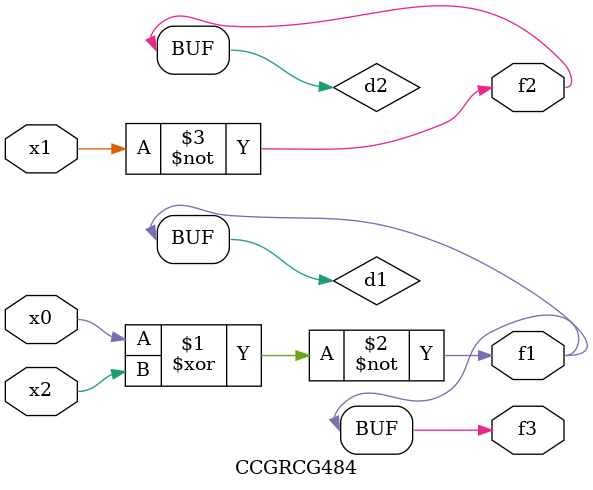
<source format=v>
module CCGRCG484(
	input x0, x1, x2,
	output f1, f2, f3
);

	wire d1, d2, d3;

	xnor (d1, x0, x2);
	nand (d2, x1);
	nor (d3, x1, x2);
	assign f1 = d1;
	assign f2 = d2;
	assign f3 = d1;
endmodule

</source>
